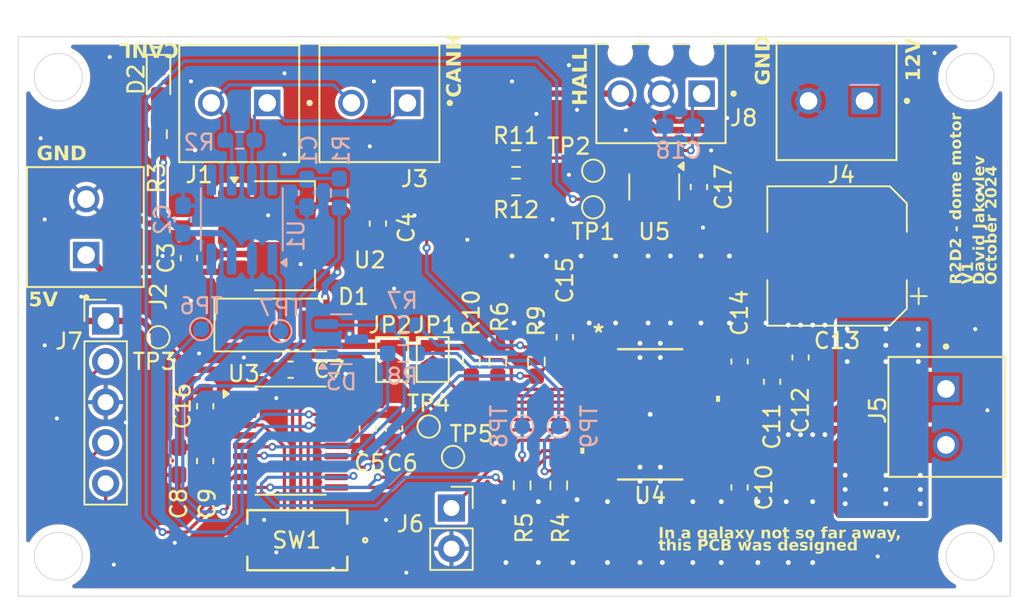
<source format=kicad_pcb>
(kicad_pcb (version 20240108) (generator "pcbnew") (generator_version "8.0")
  (layers (0 "F.Cu" signal) (31 "B.Cu" signal) (34 "B.Paste" user) (35 "F.Paste" user) (36 "B.SilkS" user "B.Silkscreen") (37 "F.SilkS" user "F.Silkscreen") (38 "B.Mask" user) (39 "F.Mask" user) (44 "Edge.Cuts" user))
  (net 0 "")
  (net 1 "GND")
  (net 2 "CAN_MODE_SELECT")
  (net 3 "+3.3V")
  (net 4 "+5V")
  (net 5 "Net-(D2-A)")
  (net 6 "Net-(U1-CANH)")
  (net 7 "Net-(U1-CANL)")
  (net 9 "CAN_RX")
  (net 10 "CAN_TX")
  (net 12 "+12V")
  (net 13 "Net-(U4-VCP)")
  (net 16 "Net-(U4-CPL)")
  (net 18 "Net-(U5-+)")
  (net 19 "Net-(U1-Rs)")
  (net 20 "Net-(U4-CPH)")
  (net 21 "Net-(U4-DVDD)")
  (net 22 "Net-(U3-PA0)")
  (net 23 "Net-(U3-PA1)")
  (net 24 "/M2")
  (net 25 "/M1")
  (net 26 "Net-(J6-Pin_1)")
  (net 27 "Net-(JP1-A)")
  (net 28 "Net-(JP2-A)")
  (net 29 "IPROPI2")
  (net 30 "IPROPI1")
  (net 31 "Net-(U4-SR)")
  (net 32 "nFAULT")
  (net 33 "IN2")
  (net 34 "nSLEEP")
  (net 35 "IN1")
  (net 36 "NRST")
  (net 37 "SWCLK")
  (net 38 "SWDIO")
  (net 39 "Net-(U5--)")
  (net 40 "Hall_sensor")
  (footprint "1751248:PHOENIX_1751248" (layer "F.Cu") (at 175.928 85.8185 -90)
    (property "Reference" "J5")
    (property "Value" "1751248")
  )
  (footprint "Capacitor_SMD:C_0603_1608Metric_Pad1.08x0.95mm_HandSolder" (layer "F.Cu") (at 133.223 88.9 90)
    (property "Reference" "C16")
    (property "Value" "100n")
  )
  (footprint "Capacitor_SMD:C_0603_1608Metric_Pad1.08x0.95mm_HandSolder" (layer "F.Cu") (at 155.702 84.582 -90)
    (property "Reference" "C15")
    (property "Value" "1u")
  )
  (footprint "TestPoint:TestPoint_Pad_D1.0mm" (layer "F.Cu") (at 130.302 84.582)
    (property "Reference" "TP3")
    (property "Value" "TestPoint")
  )
  (footprint "DRV8873HPWPT:PWP24_TEX-M" (layer "F.Cu") (at 161.036 89.408)
    (property "Reference" "U4")
    (property "Value" "DRV8873HPWPT")
  )
  (footprint "Package_TO_SOT_SMD:SOT-23-5" (layer "F.Cu") (at 161.29 75.184 -90)
    (property "Reference" "U5")
    (property "Value" "LMV321")
  )
  (footprint "Resistor_SMD:R_0603_1608Metric_Pad0.98x0.95mm_HandSolder" (layer "F.Cu") (at 151.511 86.106 90)
    (property "Reference" "R6")
    (property "Value" "~")
  )
  (footprint "1751248:PHOENIX_1751248" (layer "F.Cu") (at 139.0985 66.327 180)
    (property "Reference" "J1")
    (property "Value" "1751248")
  )
  (footprint "Package_SO:TSSOP-20_4.4x6.5mm_P0.65mm" (layer "F.Cu") (at 138.557 91.055)
    (property "Reference" "U3")
    (property "Value" "STM32F042F6Px")
  )
  (footprint "Capacitor_SMD:C_0603_1608Metric" (layer "F.Cu") (at 170.434 85.852 90)
    (property "Reference" "C11")
    (property "Value" "100n")
  )
  (footprint "1725669:PHOENIX_1725669" (layer "F.Cu") (at 165.7525 66.242 180)
    (property "Reference" "J8")
    (property "Value" "1725669")
  )
  (footprint "Connector_PinHeader_2.54mm:PinHeader_1x05_P2.54mm_Vertical" (layer "F.Cu") (at 127 83.566)
    (property "Reference" "J7")
    (property "Value" "Conn_01x05_Pin")
  )
  (footprint "Resistor_SMD:R_0603_1608Metric_Pad0.98x0.95mm_HandSolder" (layer "F.Cu") (at 149.86 86.106 -90)
    (property "Reference" "R10")
    (property "Value" "~")
  )
  (footprint "Resistor_SMD:R_0603_1608Metric_Pad0.98x0.95mm_HandSolder" (layer "F.Cu") (at 153.035 93.853 -90)
    (property "Reference" "R5")
    (property "Value" "~")
  )
  (footprint "Resistor_SMD:R_0603_1608Metric_Pad0.98x0.95mm_HandSolder" (layer "F.Cu") (at 155.321 93.853 -90)
    (property "Reference" "R4")
    (property "Value" "~")
  )
  (footprint "TestPoint:TestPoint_Pad_D1.0mm" (layer "F.Cu") (at 157.48 74.168)
    (property "Reference" "TP2")
    (property "Value" "TestPoint")
  )
  (footprint "Package_TO_SOT_SMD:SOT-223-3_TabPin2" (layer "F.Cu") (at 138.176 78.232)
    (property "Reference" "U2")
    (property "Value" "LM1117MP-3.3")
  )
  (footprint "PTS636:SW_PTS636_CNK" (layer "F.Cu") (at 138.98245 97.282 180)
    (property "Reference" "SW1")
    (property "Value" "PTS636 SM50J SMTR LFS")
  )
  (footprint "Resistor_SMD:R_0603_1608Metric_Pad0.98x0.95mm_HandSolder" (layer "F.Cu") (at 130.302 71.882 90)
    (property "Reference" "R3")
    (property "Value" "560")
  )
  (footprint "Capacitor_SMD:C_0603_1608Metric" (layer "F.Cu") (at 168.656 87.376 -90)
    (property "Reference" "C12")
    (property "Value" "1u")
  )
  (footprint "Capacitor_SMD:C_0603_1608Metric_Pad1.08x0.95mm_HandSolder" (layer "F.Cu") (at 145.034 90.297 -90)
    (property "Reference" "C6")
    (property "Value" "100n")
  )
  (footprint "Capacitor_SMD:C_0603_1608Metric_Pad1.08x0.95mm_HandSolder" (layer "F.Cu") (at 144.018 77.47 90)
    (property "Reference" "C4")
    (property "Value" "10u")
  )
  (footprint "LED_SMD:LED_0603_1608Metric_Pad1.05x0.95mm_HandSolder" (layer "F.Cu") (at 130.302 68.58 -90)
    (property "Reference" "D2")
    (property "Value" "LED")
  )
  (footprint "1751248:PHOENIX_1751248" (layer "F.Cu") (at 129.38 81.4405 90)
    (property "Reference" "J2")
    (property "Value" "1751248")
  )
  (footprint "Capacitor_SMD:C_0603_1608Metric_Pad1.08x0.95mm_HandSolder" (layer "F.Cu") (at 131.572 92.329 -90)
    (property "Reference" "C8")
    (property "Value" "1u")
  )
  (footprint "Capacitor_SMD:C_0603_1608Metric_Pad1.08x0.95mm_HandSolder" (layer "F.Cu") (at 143.383 90.297 -90)
    (property "Reference" "C5")
    (property "Value" "100n")
  )
  (footprint "Resistor_SMD:R_0603_1608Metric_Pad0.98x0.95mm_HandSolder" (layer "F.Cu") (at 153.924 86.106 -90)
    (property "Reference" "R9")
    (property "Value" "10k")
  )
  (footprint "TestPoint:TestPoint_Pad_D1.0mm" (layer "F.Cu") (at 147.193 90.17)
    (property "Reference" "TP4")
    (property "Value" "TestPoint")
  )
  (footprint "Capacitor_SMD:CP_Elec_8x10.5" (layer "F.Cu") (at 172.72 79.502 180)
    (property "Reference" "C13")
    (property "Value" "100u")
  )
  (footprint "TestPoint:TestPoint_Pad_D1.0mm" (layer "F.Cu") (at 148.717 92.075)
    (property "Reference" "TP5")
    (property "Value" "TestPoint")
  )
  (footprint "Capacitor_SMD:C_0603_1608Metric_Pad1.08x0.95mm_HandSolder" (layer "F.Cu") (at 164.084 75.184 90)
    (property "Reference" "C17")
    (property "Value" "100n")
  )
  (footprint "Capacitor_SMD:C_0603_1608Metric_Pad1.08x0.95mm_HandSolder" (layer "F.Cu") (at 132.207 79.629 90)
    (property "Reference" "C3")
    (property "Value" "10u")
  )
  (footprint "Jumper:SolderJumper-2_P1.3mm_Open_TrianglePad1.0x1.5mm" (layer "F.Cu") (at 144.907 85.979 90)
    (property "Reference" "JP2")
    (property "Value" "SolderJumper_2_Open")
  )
  (footprint "Capacitor_SMD:C_0603_1608Metric" (layer "F.Cu") (at 166.624 93.98 -90)
    (property "Reference" "C10")
    (property "Value" "100n")
  )
  (footprint "Jumper:SolderJumper-2_P1.3mm_Open_TrianglePad1.0x1.5mm" (layer "F.Cu") (at 147.447 85.979 90)
    (property "Reference" "JP1")
    (property "Value" "SolderJumper_2_Open")
  )
  (footprint "1751248:PHOENIX_1751248" (layer "F.Cu") (at 176.4365 66.2 180)
    (property "Reference" "J4")
    (property "Value" "1751248")
  )
  (footprint "Resistor_SMD:R_0603_1608Metric_Pad0.98x0.95mm_HandSolder" (layer "F.Cu") (at 152.654 73.406)
    (property "Reference" "R11")
    (property "Value" "10k")
  )
  (footprint "1751248:PHOENIX_1751248" (layer "F.Cu") (at 147.8615 66.327 180)
    (property "Reference" "J3")
    (property "Value" "1751248")
  )
  (footprint "Resistor_SMD:R_0603_1608Metric_Pad0.98x0.95mm_HandSolder" (layer "F.Cu") (at 152.654 75.184 180)
    (property "Reference" "R12")
    (property "Value" "13k")
  )
  (footprint "Capacitor_SMD:C_0603_1608Metric" (layer "F.Cu") (at 166.624 86.106 -90)
    (property "Reference" "C14")
    (property "Value" "47n")
  )
  (footprint "Diode_SMD:D_SMA_Handsoldering" (layer "F.Cu") (at 138.303 83.82)
    (property "Reference" "D1")
    (property "Value" "1N4001")
  )
  (footprint "Capacitor_SMD:C_0603_1608Metric_Pad1.08x0.95mm_HandSolder" (layer "F.Cu") (at 133.223 92.329 -90)
    (property "Reference" "C9")
    (property "Value" "100n")
  )
  (footprint "TestPoint:TestPoint_Pad_D1.0mm" (layer "F.Cu") (at 157.48 76.454)
    (property "Reference" "TP1")
    (property "Value" "TestPoint")
  )
  (footprint "Capacitor_SMD:C_0603_1608Metric_Pad1.08x0.95mm_HandSolder" (layer "F.Cu") (at 138.557 86.614)
    (property "Reference" "C7")
    (property "Value" "4.7u")
  )
  (footprint "Connector_PinSocket_2.54mm:PinSocket_1x02_P2.54mm_Vertical" (layer "F.Cu") (at 148.615 95.27)
    (property "Reference" "J6")
    (property "Value" "Conn_01x02_Pin")
  )
  (footprint "Capacitor_SMD:C_0603_1608Metric_Pad1.08x0.95mm_HandSolder" (layer "B.Cu") (at 131.826 77.216 90)
    (property "Reference" "C2")
    (property "Value" "100n")
  )
  (footprint "Resistor_SMD:R_0603_1608Metric_Pad0.98x0.95mm_HandSolder" (layer "B.Cu") (at 135.382 72.263)
    (property "Reference" "R2")
    (property "Value" "120")
  )
  (footprint "Resistor_SMD:R_0603_1608Metric_Pad0.98x0.95mm_HandSolder" (layer "B.Cu") (at 145.542 85.598)
    (property "Reference" "R8")
    (property "Value" "10k")
  )
  (footprint "Resistor_SMD:R_0603_1608Metric_Pad0.98x0.95mm_HandSolder" (layer "B.Cu") (at 141.605 75.565 -90)
    (property "Reference" "R1")
    (property "Value" "0")
  )
  (footprint "Capacitor_SMD:C_0603_1608Metric_Pad1.08x0.95mm_HandSolder" (layer "B.Cu") (at 162.814 71.374 180)
    (property "Reference" "C18")
    (property "Value" "100n")
  )
  (footprint "Capacitor_SMD:C_0603_1608Metric_Pad1.08x0.95mm_HandSolder" (layer "B.Cu") (at 139.573 75.565 -90)
    (property "Reference" "C1")
    (property "Value" "100n")
  )
  (footprint "TestPoint:TestPoint_Pad_D1.0mm" (layer "B.Cu") (at 137.922 84.201 180)
    (property "Reference" "TP7")
    (property "Value" "TestPoint")
  )
  (footprint "TestPoint:TestPoint_Pad_D1.0mm" (layer "B.Cu") (at 155.321 90.17 -90)
    (property "Reference" "TP9")
    (property "Value" "TestPoint")
  )
  (footprint "TestPoint:TestPoint_Pad_D1.0mm" (layer "B.Cu") (at 153.035 90.17 -90)
    (property "Reference" "TP8")
    (property "Value" "TestPoint")
  )
  (footprint "Package_SO:SOIC-8_3.9x4.9mm_P1.27mm" (layer "B.Cu") (at 135.509 77.216 90)
    (property "Reference" "U1")
    (property "Value" "SN65HVD230")
  )
  (footprint "Resistor_SMD:R_0603_1608Metric_Pad0.98x0.95mm_HandSolder" (layer "B.Cu") (at 145.542 83.82)
    (property "Reference" "R7")
    (property "Value" "10k")
  )
  (footprint "TestPoint:TestPoint_Pad_D1.0mm" (layer "B.Cu") (at 132.969 84.074 180)
    (property "Reference" "TP6")
    (property "Value" "TestPoint")
  )
  (footprint "Package_TO_SOT_SMD:SOT-23" (layer "B.Cu") (at 141.732 84.709)
    (property "Reference" "D3")
    (property "Value" "BAT54C")
  )
  (gr_rect (start 121.539 65.786) (end 183.539 100.786) (stroke (width 0.05)) (fill none) (layer "Edge.Cuts"))
  (gr_circle (center 124.039 98.286) (end 125.539 98.286) (stroke (width 0.05)) (fill none) (layer "Edge.Cuts"))
  (gr_circle (center 124.039 68.326) (end 125.539 68.326) (stroke (width 0.05)) (fill none) (layer "Edge.Cuts"))
  (gr_circle (center 181.039 98.286) (end 182.539 98.286) (stroke (width 0.05)) (fill none) (layer "Edge.Cuts"))
  (gr_circle (center 181.039 68.326) (end 182.539 68.326) (stroke (width 0.05)) (fill none) (layer "Edge.Cuts"))
  (gr_text "R2D2 - dome motor" (at 180.594 81.28 90) (layer "F.SilkS") (effects (font (size 0.7 0.7) (thickness 0.175) (bold yes)) (justify left bottom)))
  (gr_text "CANL" (at 131.572 66.04 180) (layer "F.SilkS") (effects (font (size 0.9 0.9) (thickness 0.175) (bold yes)) (justify left bottom)))
  (gr_text "October 2024" (at 182.8038 81.3054 90) (layer "F.SilkS") (effects (font (size 0.7 0.7) (thickness 0.175) (bold yes)) (justify left bottom)))
  (gr_text "this PCB was designed" (at 161.544 98.044 0) (layer "F.SilkS") (effects (font (size 0.7 0.7) (thickness 0.175) (bold yes)) (justify left bottom)))
  (gr_text "GND" (at 168.656 68.834 90) (layer "F.SilkS") (effects (font (size 0.9 0.9) (thickness 0.175) (bold yes)) (justify left bottom)))
  (gr_text "HALL" (at 157.226 70.104 90) (layer "F.SilkS") (effects (font (size 0.9 0.9) (thickness 0.175) (bold yes)) (justify left bottom)))
  (gr_text "CANH" (at 149.352 69.596 90) (layer "F.SilkS") (effects (font (size 0.9 0.9) (thickness 0.175) (bold yes)) (justify left bottom)))
  (gr_text "12V" (at 178.054 68.58 90) (layer "F.SilkS") (effects (font (size 0.9 0.9) (thickness 0.175) (bold yes)) (justify left bottom)))
  (gr_text "5V" (at 122.174 82.804 0) (layer "F.SilkS") (effects (font (size 0.9 0.9) (thickness 0.175) (bold yes)) (justify left bottom)))
  (gr_text "In a galaxy not so far away, " (at 161.544 97.282 0) (layer "F.SilkS") (effects (font (size 0.7 0.7) (thickness 0.175) (bold yes)) (justify left bottom)))
  (gr_text "David Jakovlev" (at 182.0418 81.3054 90) (layer "F.SilkS") (effects (font (size 0.7 0.7) (thickness 0.175) (bold yes)) (justify left bottom)))
  (gr_text "V1" (at 181.3306 81.28 90) (layer "F.SilkS") (effects (font (size 0.7 0.7) (thickness 0.175) (bold yes)) (justify left bottom)))
  (gr_text "GND" (at 122.682 73.66 0) (layer "F.SilkS") (effects (font (size 0.9 0.9) (thickness 0.175) (bold yes)) (justify left bottom)))
  (segment (start 161.925 88.519) (end 161.036 89.408) (width 0.36) (layer "F.Cu") (net 1))
  (segment (start 143.1625 91.38) (end 143.383 91.1595) (width 0.4) (layer "F.Cu") (net 1))
  (segment (start 162.010999 90.382999) (end 161.036 89.408) (width 0.4) (layer "F.Cu") (net 1))
  (segment (start 161.925 85.833001) (end 161.925 88.519) (width 0.36) (layer "F.Cu") (net 1))
  (segment (start 141.4195 91.38) (end 143.1625 91.38) (width 0.4) (layer "F.Cu") (net 1))
  (segment (start 164.0078 85.833001) (end 161.925 85.833001) (width 0.36) (layer "F.Cu") (net 1))
  (segment (start 161.036 91.033001) (end 161.036 89.408) (width 0.4) (layer "F.Cu") (net 1))
  (segment (start 145.034 91.1595) (end 143.383 91.1595) (width 0.4) (layer "F.Cu") (net 1))
  (via (at 154.94 77.216) (size 0.5) (drill 0.25) (layers "F.Cu" "B.Cu") (net 1))
  (via (at 170.434 83.82) (size 0.6) (drill 0.3) (layers "F.Cu" "B.Cu") (net 1))
  (via (at 132.588 72.898) (size 0.5) (drill 0.25) (layers "F.Cu" "B.Cu") (net 1))
  (via (at 143.764 68.58) (size 0.5) (drill 0.25) (layers "F.Cu" "B.Cu") (net 1))
  (via (at 164.211 83.693) (size 0.6) (drill 0.3) (layers "F.Cu" "B.Cu") (net 1))
  (via (at 161.671 84.963) (size 0.6) (drill 0.3) (layers "F.Cu" "B.Cu") (net 1))
  (via (at 138.176 68.072) (size 0.5) (drill 0.25) (layers "F.Cu" "B.Cu") (net 1))
  (via (at 144.526 96.012) (size 0.5) (drill 0.25) (layers "F.Cu" "B.Cu") (net 1))
  (via (at 170.434 90.678) (size 0.6) (drill 0.3) (layers "F.Cu" "B.Cu") (net 1))
  (via (at 136.906 96.012) (size 0.5) (drill 0.25) (layers "F.Cu" "B.Cu") (net 1))
  (via (at 164.211 79.502) (size 0.6) (drill 0.3) (layers "F.Cu" "B.Cu") (net 1))
  (via (at 141.986 86.868) (size 0.5) (drill 0.25) (layers "F.Cu" "B.Cu") (net 1))
  (via (at 127.254 67.056) (size 0.5) (drill 0.25) (layers "F.Cu" "B.Cu") (net 1))
  (via (at 146.304 88.9) (size 0.5) (drill 0.25) (layers "F.Cu" "B.Cu") (net 1))
  (via (at 171.196 98.679) (size 0.6) (drill 0.3) (layers "F.Cu" "B.Cu") (net 1))
  (via (at 132.334 82.296) (size 0.5) (drill 0.25) (layers "F.Cu" "B.Cu") (net 1))
  (via (at 156.21 98.679) (size 0.6) (drill 0.3) (layers "F.Cu" "B.Cu") (net 1))
  (via (at 123.19 85.09) (size 0.5) (drill 0.25) (layers "F.Cu" "B.Cu") (net 1))
  (via (at 160.909 83.693) (size 0.6) (drill 0.3) (layers "F.Cu" "B.Cu") (net 1))
  (via (at 160.401 94.869) (size 0.6) (drill 0.3) (layers "F.Cu" "B.Cu") (net 1))
  (via (at 160.401 93.599) (size 0.6) (drill 0.3) (layers "F.Cu" "B.Cu") (net 1))
  (via (at 135.636 85.852) (size 0.5) (drill 0.25) (layers "F.Cu" "B.Cu") (net 1))
  (via (at 158.369 94.869) (size 0.6) (drill 0.3) (layers "F.Cu" "B.Cu") (net 1))
  (via (at 167.767 98.679) (size 0.6) (drill 0.3) (layers "F.Cu" "B.Cu") (net 1))
  (via (at 130.556 79.502) (size 0.5) (drill 0.25) (layers "F.Cu" "B.Cu") (net 1))
  (via (at 171.196 83.82) (size 0.6) (drill 0.3) (layers "F.Cu" "B.Cu") (net 1))
  (via (at 169.672 83.82) (size 0.6) (drill 0.3) (layers "F.Cu" "B.Cu") (net 1))
  (via (at 181.356 84.074) (size 0.5) (drill 0.25) (layers "F.Cu" "B.Cu") (net 1))
  (via (at 171.196 90.678) (size 0.6) (drill 0.3) (layers "F.Cu" "B.Cu") (net 1))
  (via (at 165.989 79.502) (size 0.6) (drill 0.3) (layers "F.Cu" "B.Cu") (net 1))
  (via (at 169.672 90.678) (size 0.6) (drill 0.3) (layers "F.Cu" "B.Cu") (net 1))
  (via (at 163.703 94.869) (size 0.6) (drill 0.3) (layers "F.Cu" "B.Cu") (net 1))
  (via (at 160.401 92.71) (size 0.6) (drill 0.3) (layers "F.Cu" "B.Cu") (net 1))
  (via (at 149.606 78.486) (size 0.5) (drill 0.25) (layers "F.Cu" "B.Cu") (net 1))
  (via (at 167.767 94.869) (size 0.6) (drill 0.3) (layers "F.Cu" "B.Cu") (net 1))
  (via (at 169.672 98.679) (size 0.6) (drill 0.3) (layers "F.Cu" "B.Cu") (net 1))
  (via (at 160.909 79.502) (size 0.6) (drill 0.3) (layers "F.Cu" "B.Cu") (net 1))
  (via (at 137.668 88.392) (size 0.5) (drill 0.25) (layers "F.Cu" "B.Cu") (net 1))
  (via (at 181.61 75.438) (size 0.5) (drill 0.25) (layers "F.Cu" "B.Cu") (net 1))
  (via (at 138.176 73.152) (size 0.5) (drill 0.25) (layers "F.Cu" "B.Cu") (net 1))
  (via (at 160.401 84.963) (size 0.6) (drill 0.3) (layers "F.Cu" "B.Cu") (net 1))
  (via (at 137.16 76.962) (size 0.5) (drill 0.25) (layers "F.Cu" "B.Cu") (net 1))
  (via (at 125.476 82.042) (size 0.5) (drill 0.25) (layers "F.Cu" "B.Cu") (net 1))
  (via (at 152.527 83.693) (size 0.6) (drill 0.3) (layers "F.Cu" "B.Cu") (net 1))
  (via (at 156.464 70.358) (size 0.5) (drill 0.25) (layers "F.Cu" "B.Cu") (net 1))
  (via (at 122.936 72.136) (size 0.5) (drill 0.25) (layers "F.Cu" "B.Cu") (net 1))
  (via (at 156.718 79.502) (size 0.6) (drill 0.3) (layers "F.Cu" "B.Cu") (net 1))
  (via (at 158.877 79.502) (size 0.6) (drill 0.3) (layers "F.Cu" "B.Cu") (net 1))
  (via (at 127.508 98.806) (size 0.5) (drill 0.25) (layers "F.Cu" "B.Cu") (net 1))
  (via (at 155.956 74.422) (size 0.5) (drill 0.25) (layers "F.Cu" "B.Cu") (net 1))
  (via (at 139.192 80.01) (size 0.5) (drill 0.25) (layers "F.Cu" "B.Cu") (net 1))
  (via (at 148.59 84.074) (size 0.5) (drill 0.25) (layers "F.Cu" "B.Cu") (net 1))
  (via (at 158.369 98.679) (size 0.6) (drill 0.3) (layers "F.Cu" "B.Cu") (net 1))
  (via (at 162.306 79.502) (size 0.6) (drill 0.3) (layers "F.Cu" "B.Cu") (net 1))
  (via (at 146.304 76.962) (size 0.5) (drill 0.25) (layers "F.Cu" "B.Cu") (net 1))
  (via (at 163.703 98.679) (size 0.6) (drill 0.3) (layers "F.Cu" "B.Cu") (net 1))
  (via (at 132.842 85.598) (size 0.5) (drill 0.25) (layers "F.Cu" "B.Cu") (net 1))
  (via (at 153.924 70.612) (size 0.5) (drill 0.25) (layers "F.Cu" "B.Cu") (net 1))
  (via (at 123.19 77.216) (size 0.5) (drill 0.25) (layers "F.Cu" "B.Cu") (net 1))
  (via (at 145.034 81.534) (size 0.5) (drill 0.25) (layers "F.Cu" "B.Cu") (net 1))
  (via (at 145.796 99.314) (size 0.5) (drill 0.25) (layers "F.Cu" "B.Cu") (net 1))
  (via (at 162.306 83.693) (size 0.6) (drill 0.3) (layers "F.Cu" "B.Cu") (net 1))
  (via (at 154.178 83.693) (size 0.6) (drill 0.3) (layers "F.Cu" "B.Cu") (net 1))
  (via (at 152.4 79.502) (size 0.6) (drill 0.3) (layers "F.Cu" "B.Cu") (net 1))
  (via (at 182.118 89.154) (size 0.5) (drill 0.25) (layers "F.Cu" "B.Cu") (net 1))
  (via (at 165.481 98.679) (size 0.6) (drill 0.3) (layers "F.Cu" "B.Cu") (net 1))
  (via (at 164.846 72.898) (size 0.5) (drill 0.25) (layers "F.Cu" "B.Cu") (net 1))
  (via (at 152.019 98.679) (size 0.6) (drill 0.3) (layers "F.Cu" "B.Cu") (net 1))
  (via (at 160.401 85.852) (size 0.6) (drill 0.3) (layers "F.Cu" "B.Cu") (net 1))
  (via (at 132.334 68.58) (size 0.5) (drill 0.25) (layers "F.Cu" "B.Cu") (net 1))
  (via (at 123.952 89.662) (size 0.5) (drill 0.25) (layers "F.Cu" "B.Cu") (net 1))
  (via (at 165.989 83.693) (size 0.6) (drill 0.3) (layers "F.Cu" "B.Cu") (net 1))
  (via (at 171.196 94.869) (size 0.6) (drill 0.3) (layers "F.Cu" "B.Cu") (net 1))
  (via (at 160.401 98.679) (size 0.6) (drill 0.3) (layers "F.Cu" "B.Cu") (net 1))
  (via (at 156.464 94.742) (size 0.6) (drill 0.3) (layers "F.Cu" "B.Cu") (net 1))
  (via (at 165.862 70.866) (size 0.5) (drill 0.25) (layers "F.Cu" "B.Cu") (net 1))
  (via (at 164.338 77.724) (size 0.5) (drill 0.25) (layers "F.Cu" "B.Cu") (net 1))
  (via (at 141.224 99.06) (size 0.5) (drill 0.25) (layers "F.Cu" "B.Cu") (net 1))
  (via (at 169.545 94.869) (size 0.6) (drill 0.3) (layers "F.Cu" "B.Cu") (net 1))
  (via (at 131.318 97.444) (size 0.5) (drill 0.25) (layers "F.Cu" "B.Cu") (net 1))
  (via (at 155.956 67.564) (size 0.5) (drill 0.25) (layers "F.Cu" "B.Cu") (net 1))
  (via (at 152.4 68.58) (size 0.5) (drill 0.25) (layers "F.Cu" "B.Cu") (net 1))
  (via (at 159.512 71.628) (size 0.5) (drill 0.25) (layers "F.Cu" "B.Cu") (net 1))
  (via (at 158.877 83.693) (size 0.6) (drill 0.3) (layers "F.Cu" "B.Cu") (net 1))
  (via (at 161.671 92.71) (size 0.6) (drill 0.3) (layers "F.Cu" "B.Cu") (net 1))
  (via (at 161.671 85.852) (size 0.6) (drill 0.3) (layers "F.Cu" "B.Cu") (net 1))
  (via (at 154.559 79.502) (size 0.6) (drill 0.3) (layers "F.Cu" "B.Cu") (net 1))
  (via (at 161.036 89.408) (size 0.6) (drill 0.3) (layers "F.Cu" "B.Cu") (net 1))
  (via (at 137.668 98.044) (size 0.5) (drill 0.25) (layers "F.Cu" "B.Cu") (net 1))
  (via (at 171.958 83.82) (size 0.6) (drill 0.3) (layers "F.Cu" "B.Cu") (net 1))
  (via (at 151.892 94.869) (size 0.6) (drill 0.3) (layers "F.Cu" "B.Cu") (net 1))
  (via (at 168.275 83.693) (size 0.6) (drill 0.3) (layers "F.Cu" "B.Cu") (net 1))
  (via (at 161.671 94.869) (size 0.6) (drill 0.3) (layers "F.Cu" "B.Cu") (net 1))
  (via (at 171.958 90.678) (size 0.6) (drill 0.3) (layers "F.Cu" "B.Cu") (net 1))
  (via (at 157.226 83.693) (size 0.6) (drill 0.3) (layers "F.Cu" "B.Cu") (net 1))
  (via (at 161.798 98.679) (size 0.6) (drill 0.3) (layers "F.Cu" "B.Cu") (net 1))
  (via (at 128.27 89.916) (size 0.5) (drill 0.25) (layers "F.Cu" "B.Cu") (net 1))
  (via (at 161.671 93.599) (size 0.6) (drill 0.3) (layers "F.Cu" "B.Cu") (net 1))
  (via (at 151.384 91.186) (size 0.5) (drill 0.25) (layers "F.Cu" "B.Cu") (net 1))
  (via (at 175.26 98.298) (size 0.5) (drill 0.25) (layers "F.Cu" "B.Cu") (net 1))
  (via (at 154.051 98.679) (size 0.6) (drill 0.3) (layers "F.Cu" "B.Cu") (net 1))
  (via (at 154.051 94.869) (size 0.6) (drill 0.3) (layers "F.Cu" "B.Cu") (net 1))
  (via (at 165.481 94.869) (size 0.6) (drill 0.3) (layers "F.Cu" "B.Cu") (net 1))
  (via (at 178.816 66.802) (size 0.5) (drill 0.25) (layers "F.Cu" "B.Cu") (net 1))
  (via (at 143.51 72.644) (size 0.5) (drill 0.25) (layers "F.Cu" "B.Cu") (net 1))
  (segment (start 134.957001 93.33) (end 134.62 93.667001) (width 0.2) (layer "F.Cu") (net 2))
  (segment (start 134.62 95.25) (end 134.366 95.504) (width 0.2) (layer "F.Cu") (net 2))
  (segment (start 134.62 93.667001) (end 134.62 95.25) (width 0.2) (layer "F.Cu") (net 2))
  (segment (start 135.6945 93.33) (end 134.957001 93.33) (width 0.2) (layer "F.Cu") (net 2))
  (via (at 134.366 95.504) (size 0.5) (drill 0.25) (layers "F.Cu" "B.Cu") (net 2))
  (segment (start 141.605 79.629) (end 141.605 76.4775) (width 0.2) (layer "B.Cu") (net 2))
  (segment (start 139.192 84.836) (end 139.192 82.042) (width 0.2) (layer "B.Cu") (net 2))
  (segment (start 134.366 95.504) (end 132.842 95.504) (width 0.2) (layer "B.Cu") (net 2))
  (segment (start 136.398 87.63) (end 139.192 84.836) (width 0.2) (layer "B.Cu") (net 2))
  (segment (start 139.192 82.042) (end 141.605 79.629) (width 0.2) (layer "B.Cu") (net 2))
  (segment (start 132.842 95.504) (end 131.826 94.488) (width 0.2) (layer "B.Cu") (net 2))
  (segment (start 131.826 94.488) (end 131.826 88.646) (width 0.2) (layer "B.Cu") (net 2))
  (segment (start 131.826 88.646) (end 132.842 87.63) (width 0.2) (layer "B.Cu") (net 2))
  (segment (start 132.842 87.63) (end 136.398 87.63) (width 0.2) (layer "B.Cu") (net 2))
  (segment (start 142.24 84.37) (end 141.353 84.37) (width 0.2) (layer "F.Cu") (net 3))
  (segment (start 148.844 76.454) (end 148.844 74.168) (width 0.4) (layer "F.Cu") (net 3))
  (segment (start 164.084 76.0465) (end 165.2535 76.0465) (width 0.4) (layer "F.Cu") (net 3))
  (segment (start 143.383 86.355) (end 142.748 85.72) (width 0.4) (layer "F.Cu") (net 3))
  (segment (start 148.844 74.168) (end 149.606 73.406) (width 0.4) (layer "F.Cu") (net 3))
  (segment (start 143.383 89.713858) (end 143.383 89.4345) (width 0.4) (layer "F.Cu") (net 3))
  (segment (start 153.924 85.1935) (end 153.0115 85.1935) (width 0.2) (layer "F.Cu") (net 3))
  (segment (start 147.066 78.433) (end 146.9655 78.3325) (width 0.2) (layer "F.Cu") (net 3))
  (segment (start 131.572 86.614) (end 131.572 85.852) (width 0.4) (layer "F.Cu") (net 3))
  (segment (start 130.598 73.66) (end 130.598 73.0905) (width 0.4) (layer "F.Cu") (net 3))
  (segment (start 141.485909 80.525909) (end 141.485909 78.391909) (width 0.4) (layer "F.Cu") (net 3))
  (segment (start 141.485909 78.391909) (end 141.326 78.232) (width 0.4) (layer "F.Cu") (net 3))
  (segment (start 133.9595 90.73) (end 133.223 91.4665) (width 0.4) (layer "F.Cu") (net 3))
  (segment (start 130.556 77.47) (end 130.556 73.66) (width 0.4) (layer "F.Cu") (net 3))
  (segment (start 142.366858 90.73) (end 143.383 89.713858) (width 0.4) (layer "F.Cu") (net 3))
  (segment (start 123.444 78.232) (end 123.444 81.437239) (width 0.4) (layer "F.Cu") (net 3))
  (segment (start 161.4585 71.628) (end 159.1725 69.342) (width 0.4) (layer "F.Cu") (net 3))
  (segment (start 165.2535 76.0465) (end 165.862 75.438) (width 0.4) (layer "F.Cu") (net 3))
  (segment (start 147.066 78.994) (end 147.066 78.433) (width 0.2) (layer "F.Cu") (net 3))
  (segment (start 144.018 78.3325) (end 146.9655 78.3325) (width 0.4) (layer "F.Cu") (net 3))
  (segment (start 130.556 77.47) (end 134.264 77.47) (width 0.4) (layer "F.Cu") (net 3))
  (segment (start 151.7415 71.2705) (end 153.67 69.342) (width 0.4) (layer "F.Cu") (net 3))
  (segment (start 131.572 85.852) (end 130.302 84.582) (width 0.4) (layer "F.Cu") (net 3))
  (segment (start 129.286 83.566) (end 127 83.566) (width 0.4) (layer "F.Cu") (net 3))
  (segment (start 149.606 73.406) (end 151.7415 73.406) (width 0.4) (layer "F.Cu") (net 3))
  (segment (start 141.4195 90.73) (end 142.366858 90.73) (width 0.4) (layer "F.Cu") (net 3))
  (segment (start 143.9175 78.232) (end 144.018 78.3325) (width 0.4) (layer "F.Cu") (net 3))
  (segment (start 165.862 72.644) (end 164.846 71.628) (width 0.4) (layer "F.Cu") (net 3))
  (segment (start 143.383 89.4345) (end 145.034 89.4345) (width 0.4) (layer "F.Cu") (net 3))
  (segment (start 164.846 71.628) (end 161.4585 71.628) (width 0.4) (layer "F.Cu") (net 3))
  (segment (start 130.302 84.582) (end 129.286 83.566) (width 0.4) (layer "F.Cu") (net 3))
  (segment (start 123.444 78.232) (end 124.46 77.216) (width 0.4) (layer "F.Cu") (net 3))
  (segment (start 141.353 84.37) (end 140.803 83.82) (width 0.2) (layer "F.Cu") (net 3))
  (segment (start 129.286 77.216) (end 129.54 77.47) (width 0.4) (layer "F.Cu") (net 3))
  (segment (start 131.572 91.4665) (end 131.572 86.614) (width 0.4) (layer "F.Cu") (net 3))
  (segment (start 137.6945 86.614) (end 131.572 86.614) (width 0.4) (layer "F.Cu") (net 3))
  (segment (start 153.67 69.342) (end 159.1725 69.342) (width 0.4) (layer "F.Cu") (net 3))
  (segment (start 146.9655 78.3325) (end 148.844 76.454) (width 0.4) (layer "F.Cu") (net 3))
  (segment (start 140.803 78.755) (end 141.326 78.232) (width 0.4) (layer "F.Cu") (net 3))
  (segment (start 138.5885 85.72) (end 137.6945 86.614) (width 0.4) (layer "F.Cu") (net 3))
  (segment (start 142.748 85.72) (end 138.5885 85.72) (width 0.4) (layer "F.Cu") (net 3))
  (segment (start 163.809 76.3215) (end 164.084 76.0465) (width 0.4) (layer "F.Cu") (net 3))
  (segment (start 141.326 78.232) (end 143.9175 78.232) (width 0.4) (layer "F.Cu") (net 3))
  (segment (start 135.6945 90.73) (end 133.9595 90.73) (width 0.4) (layer "F.Cu") (net 3))
  (segment (start 151.7415 73.406) (end 151.7415 71.2705) (width 0.4) (layer "F.Cu") (net 3))
  (segment (start 134.264 77.47) (end 135.026 78.232) (width 0.4) (layer "F.Cu") (net 3))
  (segment (start 123.444 81.437239) (end 125.572761 83.566) (width 0.4) (layer "F.Cu") (net 3))
  (segment (start 129.54 77.47) (end 130.556 77.47) (width 0.4) (layer "F.Cu") (net 3))
  (segment (start 143.383 89.4345) (end 143.383 86.355) (width 0.4) (layer "F.Cu") (net 3))
  (segment (start 162.24 76.3215) (end 163.809 76.3215) (width 0.4) (layer "F.Cu") (net 3))
  (segment (start 130.556 73.66) (end 130.598 73.66) (width 0.4) (layer "F.Cu") (net 3))
  (segment (start 140.803 82.129) (end 140.716 82.042) (width 0.4) (layer "F.Cu") (net 3))
  (segment (start 140.803 83.82) (end 140.803 82.129) (width 0.4) (layer "F.Cu") (net 3))
  (segment (start 125.572761 83.566) (end 127 83.566) (width 0.4) (layer "F.Cu") (net 3))
  (segment (start 130.598 73.0905) (end 130.302 72.7945) (width 0.4) (layer "F.Cu") (net 3))
  (segment (start 153.0115 85.1935) (end 152.908 85.09) (width 0.2) (layer "F.Cu") (net 3))
  (segment (start 165.862 75.438) (end 165.862 72.644) (width 0.4) (layer "F.Cu") (net 3))
  (segment (start 133.223 91.4665) (end 131.572 91.4665) (width 0.4) (layer "F.Cu") (net 3))
  (segment (start 124.46 77.216) (end 129.286 77.216) (width 0.4) (layer "F.Cu") (net 3))
  (segment (start 135.026 78.232) (end 141.326 78.232) (width 0.4) (layer "F.Cu") (net 3))
  (via (at 147.066 78.994) (size 0.5) (drill 0.25) (layers "F.Cu" "B.Cu") (net 3))
  (via (at 152.908 85.09) (size 0.5) (drill 0.25) (layers "F.Cu" "B.Cu") (net 3))
  (via (at 142.24 84.37) (size 0.5) (drill 0.25) (layers "F.Cu" "B.Cu") (net 3))
  (via (at 130.598 73.66) (size 0.5) (drill 0.25) (layers "F.Cu" "B.Cu") (net 3))
  (via (at 141.485909 80.525909) (size 0.5) (drill 0.25) (layers "F.Cu" "B.Cu") (net 3))
  (via (at 140.716 82.042) (size 0.5) (drill 0.25) (layers "F.Cu" "B.Cu") (net 3))
  (segment (start 147.066 78.994) (end 147.066 80.518) (width 0.2) (layer "B.Cu") (net 3))
  (segment (start 131.826 78.0785) (end 134.236499 78.0785) (width 0.4) (layer "B.Cu") (net 3))
  (segment (start 134.874 78.716001) (end 134.874 79.691) (width 0.4) (layer "B.Cu") (net 3))
  (segment (start 151.638 85.09) (end 152.908 85.09) (width 0.2) (layer "B.Cu") (net 3))
  (segment (start 130.598 76.8505) (end 130.598 73.66) (width 0.4) (layer "B.Cu") (net 3))
  (segment (start 142.6695 84.709) (end 142.579 84.709) (width 0.2) (layer "B.Cu") (net 3))
  (segment (start 142.579 84.709) (end 142.24 84.37) (width 0.2) (layer "B.Cu") (net 3))
  (segment (start 147.066 80.518) (end 151.638 85.09) (width 0.2) (layer "B.Cu") (net 3))
  (segment (start 134.7735 79.7915) (end 134.874 79.691) (width 0.4) (layer "B.Cu") (net 3))
  (segment (start 131.826 78.0785) (end 130.598 76.8505) (width 0.4) (layer "B.Cu") (net 3))
  (segment (start 134.236499 78.0785) (end 134.874 78.716001) (width 0.4) (layer "B.Cu") (net 3))
  (segment (start 140.716 82.042) (end 140.716 81.295818) (width 0.4) (layer "B.Cu") (net 3))
  (segment (start 140.716 81.295818) (end 141.485909 80.525909) (width 0.4) (layer "B.Cu") (net 3))
  (segment (start 150.6475 85.981) (end 149.86 85.1935) (width 0.2) (layer "F.Cu") (net 4))
  (segment (start 135.803 83.82) (end 135.803 80.532) (width 0.4) (layer "F.Cu") (net 4))
  (segment (start 152.904186 87.846) (end 152.358 87.299814) (width 0.2) (layer "F.Cu") (net 4))
  (segment (start 131.988 80.7105) (end 132.207 80.4915) (width 0.4) (layer "F.Cu") (net 4))
  (segment (start 147.5075 85.1935) (end 147.447 85.254) (width 0.2) (layer "F.Cu") (net 4))
  (segment (start 156.669002 87.132998) (end 155.956 87.846) (width 0.2) (layer "F.Cu") (net 4))
  (segment (start 144.773 85.12) (end 137.952 85.12) (width 0.4) (layer "F.Cu") (net 4))
  (segment (start 135.803 80.532) (end 135.026 80.532) (width 0.2) (layer "F.Cu") (net 4))
  (segment (start 158.0642 87.132998) (end 156.669002 87.132998) (width 0.2) (layer "F.Cu") (net 4))
  (segment (start 137.952 85.12) (end 136.652 83.82) (width 0.4) (layer "F.Cu") (net 4))
  (segment (start 144.907 85.254) (end 144.773 85.12) (width 0.4) (layer "F.Cu") (net 4))
  (segment (start 155.956 87.846) (end 152.904186 87.846) (width 0.2) (layer "F.Cu") (net 4))
  (segment (start 136.652 83.82) (end 135.803 83.82) (width 0.2) (layer "F.Cu") (net 4))
  (segment (start 132.207 80.4915) (end 134.9855 80.4915) (width 0.4) (layer "F.Cu") (net 4))
  (segment (start 126.831 80.4915) (end 132.207 80.4915) (width 0.4) (layer "F.Cu") (net 4))
  (segment (start 151.767 85.981) (end 150.6475 85.981) (width 0.2) (layer "F.Cu") (net 4))
  (segment (start 147.447 85.254) (end 144.907 85.254) (width 0.4) (layer "F.Cu") (net 4))
  (segment (start 152.358 87.299814) (end 152.358 86.572) (width 0.2) (layer "F.Cu") (net 4))
  (segment (start 152.358 86.572) (end 151.767 85.981) (width 0.2) (layer "F.Cu") (net 4))
  (segment (start 134.9855 80.4915) (end 135.026 80.532) (width 0.4) (layer "F.Cu") (net 4))
  (segment (start 149.86 85.1935) (end 147.5075 85.1935) (width 0.4) (layer "F.Cu") (net 4))
  (segment (start 125.78 79.4405) (end 126.831 80.4915) (width 0.4) (layer "F.Cu") (net 4))
  (segment (start 130.302 70.9695) (end 130.302 69.455) (width 0.36) (layer "F.Cu") (net 5))
  (segment (start 136.144 74.741) (end 136.144 72.4135) (width 0.2) (layer "B.Cu") (net 6))
  (segment (start 136.2945 72.263) (end 136.2945 70.731) (width 0.2) (layer "B.Cu") (net 6))
  (segment (start 144.7365 71.052) (end 145.8615 69.927) (width 0.2) (layer "B.Cu") (net 6))
  (segment (start 136.144 72.4135) (end 136.2945 72.263) (width 0.2) (layer "B.Cu") (net 6))
  (segment (start 136.2945 70.731) (end 137.0985 69.927) (width 0.2) (layer "B.Cu") (net 6))
  (segment (start 137.0985 69.927) (end 138.2235 71.052) (width 0.2) (layer "B.Cu") (net 6))
  (segment (start 138.2235 71.052) (end 144.7365 71.052) (width 0.2) (layer "B.Cu") (net 6))
  (segment (start 134.874 72.263) (end 134.4695 72.263) (width 0.2) (layer "B.Cu") (net 7))
  (segment (start 134.4695 72.263) (end 134.4695 70.798) (width 0.2) (layer "B.Cu") (net 7))
  (segment (start 134.874 74.741) (end 134.874 72.263) (width 0.2) (layer "B.Cu") (net 7))
  (segment (start 134.4695 70.798) (end 133.5985 69.927) (width 0.2) (layer "B.Cu") (net 7))
  (segment (start 133.5985 69.927) (end 134.7235 68.802) (width 0.2) (layer "B.Cu") (net 7))
  (segment (start 141.2365 68.802) (end 142.3615 69.927) (width 0.2) (layer "B.Cu") (net 7))
  (segment (start 134.7235 68.802) (end 141.2365 68.802) (width 0.2) (layer "B.Cu") (net 7))
  (segment (start 139.728003 90.08) (end 141.4195 90.08) (width 0.2) (layer "F.Cu") (net 9))
  (segment (start 139.7 90.108003) (end 139.728003 90.08) (width 0.2) (layer "F.Cu") (net 9))
  (via (at 139.7 90.108003) (size 0.5) (drill 0.25) (layers "F.Cu" "B.Cu") (net 9))
  (segment (start 135.528 95.685504) (end 134.439504 96.774) (width 0.2) (layer "B.Cu") (net 9))
  (segment (start 132.334 96.774) (end 131.026 95.466) (width 0.2) (layer "B.Cu") (net 9))
  (segment (start 131.026 95.466) (end 131.026 86.017) (width 0.2) (layer "B.Cu") (net 9))
  (segment (start 133.604 79.691) (end 133.604 83.439) (width 0.2) (layer "B.Cu") (net 9))
  (segment (start 139.7 90.108003) (end 139.638003 90.17) (width 0.2) (layer "B.Cu") (net 9))
  (segment (start 133.604 83.439) (end 132.969 84.074) (width 0.2) (layer "B.Cu") (net 9))
  (segment (start 135.528 91.548) (end 135.528 95.685504) (width 0.2) (layer "B.Cu") (net 9))
  (segment (start 139.638003 90.17) (end 136.906 90.17) (width 0.2) (layer "B.Cu") (net 9))
  (segment (start 131.026 86.017) (end 132.969 84.074) (width 0.2) (layer "B.Cu") (net 9))
  (segment (start 136.906 90.17) (end 135.528 91.548) (width 0.2) (layer "B.Cu") (net 9))
  (segment (start 134.439504 96.774) (end 132.334 96.774) (width 0.2) (layer "B.Cu") (net 9))
  (segment (start 139.7 89.408) (end 141.3975 89.408) (width 0.2) (layer "F.Cu") (net 10))
  (segment (start 141.3975 89.408) (end 141.4195 89.43) (width 0.2) (layer "F.Cu") (net 10))
  (via (at 139.7 89.408) (size 0.5) (drill 0.25) (layers "F.Cu" "B.Cu") (net 10))
  (segment (start 137.922 81.026) (end 137.922 84.201) (width 0.2) (layer "B.Cu") (net 10))
  (segment (start 132.826314 96.054) (end 134.593818 96.054) (width 0.2) (layer "B.Cu") (net 10))
  (segment (start 137.414 79.691) (end 137.414 80.518) (width 0.2) (layer "B.Cu") (net 10))
  (segment (start 137.922 84.201) (end 135.705314 84.201) (width 0.2) (layer "B.Cu") (net 10))
  (segment (start 131.426 94.653686) (end 132.826314 96.054) (width 0.2) (layer "B.Cu") (net 10))
  (segment (start 134.593818 96.054) (end 135.128 95.519818) (width 0.2) (layer "B.Cu") (net 10))
  (segment (start 131.426 88.480314) (end 131.426 94.653686) (width 0.2) (layer "B.Cu") (net 10))
  (segment (start 135.128 95.519818) (end 135.128 91.186) (width 0.2) (layer "B.Cu") (net 10))
  (segment (start 136.906 89.408) (end 139.7 89.408) (width 0.2) (layer "B.Cu") (net 10))
  (segment (start 137.414 80.518) (end 137.922 81.026) (width 0.2) (layer "B.Cu") (net 10))
  (segment (start 135.705314 84.201) (end 131.426 88.480314) (width 0.2) (layer "B.Cu") (net 10))
  (segment (start 135.128 91.186) (end 136.906 89.408) (width 0.2) (layer "B.Cu") (net 10))
  (segment (start 164.0078 88.433001) (end 168.373999 88.433001) (width 0.36) (layer "F.Cu") (net 12))
  (segment (start 168.373999 88.433001) (end 168.656 88.151) (width 0.36) (layer "F.Cu") (net 12))
  (segment (start 166.401999 92.982999) (end 166.624 93.205) (width 0.36) (layer "F.Cu") (net 12))
  (via (at 175.768 94.107) (size 0.6) (drill 0.3) (layers "F.Cu" "B.Cu") (net 12))
  (via (at 177.8 85.09) (size 0.6) (drill 0.3) (layers "F.Cu" "B.Cu") (net 12))
  (via (at 173.228 93.218) (size 0.6) (drill 0.3) (layers "F.Cu" "B.Cu") (net 12))
  (via (at 175.768 84.074) (size 0.6) (drill 0.3) (layers "F.Cu" "B.Cu") (net 12))
  (via (at 177.8 84.074) (size 0.6) (drill 0.3) (layers "F.Cu" "B.Cu") (net 12))
  (via (at 175.768 85.09) (size 0.6) (drill 0.3) (layers "F.Cu" "B.Cu") (net 12))
  (via (at 173.355 84.074) (size 0.6) (drill 0.3) (layers "F.Cu" "B.Cu") (net 12))
  (via (at 177.927 94.107) (size 0.6) (drill 0.3) (layers "F.Cu" "B.Cu") (net 12))
  (via (at 173.228 94.996) (size 0.6) (drill 0.3) (layers "F.Cu" "B.Cu") (net 12))
  (via (at 173.228 94.107) (size 0.6) (drill 0.3) (layers "F.Cu" "B.Cu") (net 12))
  (via (at 175.768 93.218) (size 0.6) (drill 0.3) (layers "F.Cu" "B.Cu") (net 12))
  (via (at 177.927 93.218) (size 0.6) (drill 0.3) (layers "F.Cu" "B.Cu") (net 12))
  (via (at 175.768 94.996) (size 0.6) (drill 0.3) (layers "F.Cu" "B.Cu") (net 12))
  (via (at 173.355 85.09) (size 0.6) (drill 0.3) (layers "F.Cu" "B.Cu") (net 12))
  (via (at 175.768 86.106) (size 0.6) (drill 0.3) (layers "F.Cu" "B.Cu") (net 12))
  (via (at 177.8 86.106) (size 0.6) (drill 0.3) (layers "F.Cu" "B.Cu") (net 12))
  (via (at 173.355 86.106) (size 0.6) (drill 0.3) (layers "F.Cu" "B.Cu") (net 12))
  (via (at 177.927 94.996) (size 0.6) (drill 0.3) (layers "F.Cu" "B.Cu") (net 12))
  (segment (start 164.0078 87.783002) (end 167.473998 87.783002) (width 0.36) (layer "F.Cu") (net 13))
  (segment (start 167.473998 87.783002) (end 168.656 86.601) (width 0.36) (layer "F.Cu") (net 13))
  (segment (start 164.0078 86.483002) (end 165.471998 86.483002) (width 0.36) (layer "F.Cu") (net 16))
  (segment (start 165.471998 86.483002) (end 166.624 85.331) (width 0.36) (layer "F.Cu") (net 16))
  (segment (start 162.24 74.399552) (end 161.455552 75.184) (width 0.2) (layer "F.Cu") (net 18))
  (segment (start 163.576 72.898) (end 162.56 72.898) (width 0.2) (layer "F.Cu") (net 18))
  (segment (start 159.512 75.184) (end 158.496 74.168) (width 0.2) (layer "F.Cu") (net 18))
  (segment (start 162.56 72.898) (end 162.24 73.218) (width 0.2) (layer "F.Cu") (net 18))
  (segment (start 162.24 73.218) (end 162.24 74.0465) (width 0.2) (layer "F.Cu") (net 18))
  (segment (start 161.455552 75.184) (end 159.512 75.184) (width 0.2) (layer "F.Cu") (net 18))
  (segment (start 162.24 74.0465) (end 162.24 74.399552) (width 0.2) (layer "F.Cu") (net 18))
  (segment (start 158.496 74.168) (end 157.48 74.168) (width 0.2) (layer "F.Cu") (net 18))
  (via (at 163.576 72.898) (size 0.5) (drill 0.25) (layers "F.Cu" "B.Cu") (net 18))
  (segment (start 163.6765 71.374) (end 163.6765 72.7975) (width 0.2) (layer "B.Cu") (net 18))
  (segment (start 163.6765 69.918) (end 164.2525 69.342) (width 0.2) (layer "B.Cu") (net 18))
  (segment (start 163.6765 71.374) (end 163.6765 69.918) (width 0.2) (layer "B.Cu") (net 18))
  (segment (start 163.6765 72.7975) (end 163.576 72.898) (width 0.2) (layer "B.Cu") (net 18))
  (segment (start 139.9275 74.7025) (end 139.9775 74.6525) (width 0.2) (layer "B.Cu") (net 19))
  (segment (start 139.9775 74.6525) (end 141.605 74.6525) (width 0.2) (layer "B.Cu") (net 19))
  (segment (start 137.414 74.741) (end 139.5345 74.741) (width 0.2) (layer "B.Cu") (net 19))
  (segment (start 139.5345 74.741) (end 139.573 74.7025) (width 0.2) (layer "B.Cu") (net 19))
  (segment (start 139.573 74.7025) (end 139.9275 74.7025) (width 0.2) (layer "B.Cu") (net 19))
  (segment (start 166.371999 87.133001) (end 166.624 86.881) (width 0.4) (layer "F.Cu") (net 20))
  (segment (start 164.0078 87.133001) (end 166.371999 87.133001) (width 0.36) (layer "F.Cu") (net 20))
  (segment (start 158.0642 85.833001) (end 156.090501 85.833001) (width 0.2) (layer "F.Cu") (net 21))
  (segment (start 156.090501 85.833001) (end 155.702 85.4445) (width 0.2) (layer "F.Cu") (net 21))
  (segment (start 135.7545 91.44) (end 135.6945 91.38) (width 0.2) (layer "F.Cu") (net 22))
  (segment (start 137.414 91.44) (end 135.7545 91.44) (width 0.2) (layer "F.Cu") (net 22))
  (via (at 137.414 91.44) (size 0.5) (drill 0.25) (layers "F.Cu" "B.Cu") (net 22))
  (segment (start 142.113 91.44) (end 144.6295 88.9235) (width 0.2) (layer "B.Cu") (net 22))
  (segment (start 144.6295 88.9235) (end 144.6295 85.598) (width 0.2) (layer "B.Cu") (net 22))
  (segment (start 144.6295 85.598) (end 140.8555 85.598) (width 0.2) (layer "B.Cu") (net 22))
  (segment (start 140.8555 85.598) (end 140.7945 85.659) (width 0.2) (layer "B.Cu") (net 22))
  (segment (start 137.414 91.44) (end 142.113 91.44) (width 0.2) (layer "B.Cu") (net 22))
  (segment (start 136.906 91.99) (end 135.7345 91.99) (width 0.2) (layer "F.Cu") (net 23))
  (segment (start 135.7345 91.99) (end 135.6945 92.03) (width 0.2) (layer "F.Cu") (net 23))
  (via (at 136.906 91.99) (size 0.5) (drill 0.25) (layers "F.Cu" "B.Cu") (net 23))
  (segment (start 140.8555 83.82) (end 140.7945 83.759) (width 0.2) (layer "B.Cu") (net 23))
  (segment (start 145.667 84.8575) (end 145.667 88.775) (width 0.2) (layer "B.Cu") (net 23))
  (segment (start 145.667 88.775) (end 142.452 91.99) (width 0.2) (layer "B.Cu") (net 23))
  (segment (start 144.6295 83.82) (end 140.8555 83.82) (width 0.2) (layer "B.Cu") (net 23))
  (segment (start 144.6295 83.82) (end 145.667 84.8575) (width 0.2) (layer "B.Cu") (net 23))
  (segment (start 142.452 91.99) (end 136.906 91.99) (width 0.2) (layer "B.Cu") (net 23))
  (segment (start 158.0642 91.032998) (end 152.852002 91.032998) (width 0.2) (layer "F.Cu") (net 26))
  (segment (start 152.852002 91.032998) (end 148.615 95.27) (width 0.2) (layer "F.Cu") (net 26))
  (segment (start 157.088202 88.432998) (end 156.8752 88.646) (width 0.2) (layer "F.Cu") (net 27))
  (segment (start 156.8752 88.646) (end 149.733 88.646) (width 0.2) (layer "F.Cu") (net 27))
  (segment (start 147.791 86.704) (end 147.447 86.704) (width 0.2) (layer "F.Cu") (net 27))
  (segment (start 158.0642 88.432998) (end 157.088202 88.432998) (width 0.2) (layer "F.Cu") (net 27))
  (segment (start 149.733 88.646) (end 147.791 86.704) (width 0.2) (layer "F.Cu") (net 27))
  (segment (start 158.0642 89.082999) (end 147.629999 89.082999) (width 0.2) (layer "F.Cu") (net 28))
  (segment (start 147.629999 89.082999) (end 145.251 86.704) (width 0.2) (layer "F.Cu") (net 28))
  (segment (start 145.251 86.704) (end 144.907 86.704) (width 0.2) (layer "F.Cu") (net 28))
  (segment (start 154.439909 92.971909) (end 154.471318 92.9405) (width 0.2) (layer "F.Cu") (net 29))
  (segment (start 155.363499 92.982999) (end 155.321 92.9405) (width 0.2) (layer "F.Cu") (net 29))
  (segment (start 154.471318 92.9405) (end 155.321 92.9405) (width 0.2) (layer "F.Cu") (net 29))
  (segment (start 158.0642 92.982999) (end 155.363499 92.982999) (width 0.2) (layer "F.Cu") (net 29))
  (via (at 154.439909 92.971909) (size 0.5) (drill 0.25) (layers "F.Cu" "B.Cu") (net 29))
  (segment (start 153.482 86.045) (end 150.053 86.045) (width 0.2) (layer "B.Cu") (net 29))
  (segment (start 147.7245 85.09) (end 146.4545 83.82) (width 0.2) (layer "B.Cu") (net 29))
  (segment (start 155.321 90.17) (end 155.321 87.884) (width 0.2) (layer "B.Cu") (net 29))
  (segment (start 154.432 91.059) (end 155.321 90.17) (width 0.2) (layer "B.Cu") (net 29))
  (segment (start 155.321 87.884) (end 153.482 86.045) (width 0.2) (layer "B.Cu") (net 29))
  (segment (start 149.098 85.09) (end 147.7245 85.09) (width 0.2) (layer "B.Cu") (net 29))
  (segment (start 154.432 92.964) (end 154.432 91.059) (width 0.2) (layer "B.Cu") (net 29))
  (segment (start 150.053 86.045) (end 149.098 85.09) (width 0.2) (layer "B.Cu") (net 29))
  (segment (start 154.439909 92.971909) (end 154.432 92.964) (width 0.2) (layer "B.Cu") (net 29))
  (segment (start 158.0642 91.682999) (end 154.292501 91.682999) (width 0.2) (layer "F.Cu") (net 30))
  (segment (start 154.292501 91.682999) (end 153.035 92.9405) (width 0.2) (layer "F.Cu") (net 30))
  (segment (start 153.035 92.9405) (end 153.035 91.948) (width 0.2) (layer "F.Cu") (net 30))
  (via (at 153.035 91.948) (size 0.5) (drill 0.25) (layers "F.Cu" "B.Cu") (net 30))
  (segment (start 153.035 88.392) (end 154.051 87.376) (width 0.2) (layer "B.Cu") (net 30))
  (segment (start 153.135818 86.445) (end 149.818 86.445) (width 0.2) (layer "B.Cu") (net 30))
  (segment (start 154.051 87.376) (end 154.051 87.360182) (width 0.2) (layer "B.Cu") (net 30))
  (segment (start 153.035 90.17) (end 153.035 88.392) (width 0.2) (layer "B.Cu") (net 30))
  (segment (start 148.971 85.598) (end 146.4545 85.598) (width 0.2) (layer "B.Cu") (net 30))
  (segment (start 149.818 86.445) (end 148.971 85.598) (width 0.2) (layer "B.Cu") (net 30))
  (segment (start 153.035 91.948) (end 153.035 90.17) (width 0.2) (layer "B.Cu") (net 30))
  (segment (start 154.051 87.360182) (end 153.135818 86.445) (width 0.2) (layer "B.Cu") (net 30))
  (segment (start 152.7385 88.246) (end 151.511 87.0185) (width 0.2) (layer "F.Cu") (net 31))
  (segment (start 158.0642 87.782999) (end 156.819001 87.782999) (width 0.2) (layer "F.Cu") (net 31))
  (segment (start 156.819001 87.782999) (end 156.356 88.246) (width 0.2) (layer "F.Cu") (net 31))
  (segment (start 151.511 87.0185) (end 149.86 87.0185) (width 0.2) (layer "F.Cu") (net 31))
  (segment (start 156.356 88.246) (end 152.7385 88.246) (width 0.2) (layer "F.Cu") (net 31))
  (segment (start 153.924 87.0185) (end 152.9315 87.0185) (width 0.2) (layer "F.Cu") (net 32))
  (segment (start 143.383 92.71) (end 141.635 92.71) (width 0.2) (layer "F.Cu") (net 32))
  (segment (start 141.635 92.71) (end 141.605 92.68) (width 0.2) (layer "F.Cu") (net 32))
  (segment (start 152.9315 87.0185) (end 152.908 86.995) (width 0.2) (layer "F.Cu") (net 32))
  (segment (start 154.4595 86.483) (end 153.924 87.0185) (width 0.2) (layer "F.Cu") (net 32))
  (segment (start 158.0642 86.483) (end 154.4595 86.483) (width 0.2) (layer "F.Cu") (net 32))
  (via (at 143.383 92.71) (size 0.5) (drill 0.25) (layers "F.Cu" "B.Cu") (net 32))
  (via (at 152.908 86.995) (size 0.5) (drill 0.25) (layers "F.Cu" "B.Cu") (net 32))
  (segment (start 149.098 86.995) (end 143.383 92.71) (width 0.2) (layer "B.Cu") (net 32))
  (segment (start 152.908 86.995) (end 149.098 86.995) (width 0.2) (layer "B.Cu") (net 32))
  (segment (start 146.685 92.075) (end 144.776 93.984) (width 0.2) (layer "F.Cu") (net 33))
  (segment (start 148.717 92.075) (end 146.685 92.075) (width 0.2) (layer "F.Cu") (net 33))
  (segment (start 158.0642 90.382999) (end 150.409001 90.382999) (width 0.2) (layer "F.Cu") (net 33))
  (segment (start 144.272 93.98) (end 141.605 93.98) (width 0.2) (layer "F.Cu") (net 33))
  (segment (start 150.409001 90.382999) (end 148.717 92.075) (width 0.2) (layer "F.Cu") (net 33))
  (segment (start 144.776 93.984) (end 144.268 93.984) (width 0.2) (layer "F.Cu") (net 33))
  (segment (start 153.81 92.824) (end 153.81 93.459) (width 0.2) (layer "F.Cu") (net 34))
  (segment (start 153.81 93.459) (end 153.541 93.728) (width 0.2) (layer "F.Cu") (net 34))
  (segment (start 156.340998 92.332998) (end 156.090999 92.082999) (width 0.2) (layer "F.Cu") (net 34))
  (segment (start 153.541 93.728) (end 151.767 93.728) (width 0.2) (layer "F.Cu") (net 34))
  (segment (start 156.090999 92.082999) (end 154.551001 92.082999) (width 0.2) (layer "F.Cu") (net 34))
  (segment (start 142.424 93.33) (end 141.605 93.33) (width 0.2) (layer "F.Cu") (net 34))
  (segment (start 158.0642 92.332998) (end 156.340998 92.332998) (width 0.2) (layer "F.Cu") (net 34))
  (segment (start 154.551001 92.082999) (end 153.81 92.824) (width 0.2) (layer "F.Cu") (net 34))
  (segment (start 151.767 93.728) (end 151.384 93.345) (width 0.2) (layer "F.Cu") (net 34))
  (segment (start 142.494 93.26) (end 142.424 93.33) (width 0.2) (layer "F.Cu") (net 34))
  (via (at 151.384 93.345) (size 0.5) (drill 0.25) (layers "F.Cu" "B.Cu") (net 34))
  (via (at 142.494 93.26) (size 0.5) (drill 0.25) (layers "F.Cu" "B.Cu") (net 34))
  (segment (start 145.669 93.345) (end 151.384 93.345) (width 0.2) (layer "B.Cu") (net 34))
  (segment (start 143.891 95.123) (end 145.669 93.345) (width 0.2) (layer "B.Cu") (net 34))
  (segment (start 137.144182 93.345) (end 136.737 93.752182) (width 0.2) (layer "B.Cu") (net 34))
  (segment (start 142.409 93.345) (end 137.144182 93.345) (width 0.2) (layer "B.Cu") (net 34))
  (segment (start 142.494 93.26) (end 142.409 93.345) (width 0.2) (layer "B.Cu") (net 34))
  (segment (start 136.737 93.752182) (end 136.737 94.207818) (width 0.2) (layer "B.Cu") (net 34))
  (segment (start 137.652182 95.123) (end 143.891 95.123) (width 0.2) (layer "B.Cu") (net 34))
  (segment (start 136.737 94.207818) (end 137.652182 95.123) (width 0.2) (layer "B.Cu") (net 34))
  (segment (start 144.653 93.345) (end 144.018 93.345) (width 0.2) (layer "F.Cu") (net 35))
  (segment (start 137.287 93.98) (end 135.88 93.98) (width 0.2) (layer "F.Cu") (net 35))
  (segment (start 147.630002 89.732998) (end 146.685 90.678) (width 0.2) (layer "F.Cu") (net 35))
  (segment (start 146.685 90.678) (end 146.685 91.313) (width 0.2) (layer "F.Cu") (net 35))
  (segment (start 146.685 91.313) (end 144.653 93.345) (width 0.2) (layer "F.Cu") (net 35))
  (segment (start 158.0642 89.732998) (end 147.630002 89.732998) (width 0.2) (layer "F.Cu") (net 35))
  (via (at 137.287 93.98) (size 0.5) (drill 0.25) (layers "F.Cu" "B.Cu") (net 35))
  (via (at 144.018 93.345) (size 0.5) (drill 0.25) (layers "F.Cu" "B.Cu") (net 35))
  (segment (start 143.383 93.98) (end 137.287 93.98) (width 0.2) (layer "B.Cu") (net 35))
  (segment (start 144.018 93.345) (end 143.383 93.98) (width 0.2) (layer "B.Cu") (net 35))
  (segment (start 130.048 98.044) (end 127 94.996) (width 0.2) (layer "F.Cu") (net 36))
  (segment (start 138.176 91.424182) (end 136.831818 90.08) (width 0.2) (layer "F.Cu") (net 36))
  (segment (start 138.176 96.266) (end 138.176 91.424182) (width 0.2) (layer "F.Cu") (net 36))
  (segment (start 136.831818 90.08) (end 135.6945 90.08) (width 0.2) (layer "F.Cu") (net 36))
  (segment (start 137.16 97.282) (end 138.176 96.266) (width 0.2) (layer "F.Cu") (net 36))
  (segment (start 135.732449 97.282) (end 134.62 97.282) (width 0.2) (layer "F.Cu") (net 36))
  (segment (start 133.223 89.7625) (end 133.5405 90.08) (width 0.2) (layer "F.Cu") (net 36))
  (segment (start 133.5405 90.08) (end 135.6945 90.08) (width 0.2) (layer "F.Cu") (net 36))
  (segment (start 134.62 97.282) (end 133.858 98.044) (width 0.2) (layer "F.Cu") (net 36))
  (segment (start 133.858 98.044) (end 130.048 98.044) (width 0.2) (layer "F.Cu") (net 36))
  (segment (start 135.732449 97.282) (end 137.16 97.282) (width 0.2) (layer "F.Cu") (net 36))
  (segment (start 127 94.996) (end 127 93.726) (width 0.2) (layer "F.Cu") (net 36))
  (segment (start 125.85 92.336) (end 127 91.186) (width 0.2) (layer "F.Cu") (net 37))
  (segment (start 139.544496 88.13) (end 138.684 88.990496) (width 0.2) (layer "F.Cu") (net 37))
  (segment (start 125.85 94.411686) (end 125.85 92.336) (width 0.2) (layer "F.Cu") (net 37))
  (segment (start 139.192 90.989686) (end 139.192 98.044) (width 0.2) (layer "F.Cu") (net 37))
  (segment (start 141.4195 88.13) (end 139.544496 88.13) (width 0.2) (layer "F.Cu") (net 37))
  (segment (start 130.498314 99.06) (end 125.85 94.411686) (width 0.2) (layer "F.Cu") (net 37))
  (segment (start 139.192 98.044) (end 138.176 99.06) (width 0.2) (layer "F.Cu") (net 37))
  (segment (start 138.176 99.06) (end 130.498314 99.06) (width 0.2) (layer "F.Cu") (net 37))
  (segment (start 138.684 90.481686) (end 139.192 90.989686) (width 0.2) (layer "F.Cu") (net 37))
  (segment (start 138.684 88.990496) (end 138.684 90.481686) (width 0.2) (layer "F.Cu") (net 37))
  (segment (start 125.45 87.656) (end 127 86.106) (width 0.2) (layer "F.Cu") (net 38))
  (segment (start 130.440628 99.568) (end 125.45 94.577372) (width 0.2) (layer "F.Cu") (net 38))
  (segment (start 139.658 90.89) (end 139.658 98.594) (width 0.2) (layer "F.Cu") (net 38))
  (segment (start 139.15 89.180182) (end 139.15 90.382) (width 0.2) (layer "F.Cu") (net 38))
  (segment (start 139.550182 88.78) (end 139.15 89.180182) (width 0.2) (layer "F.Cu") (net 38))
  (segment (start 139.15 90.382) (end 139.658 90.89) (width 0.2) (layer "F.Cu") (net 38))
  (segment (start 139.658 98.594) (end 138.684 99.568) (width 0.2) (layer "F.Cu") (net 38))
  (segment (start 138.684 99.568) (end 130.440628 99.568) (width 0.2) (layer "F.Cu") (net 38))
  (segment (start 141.4195 88.78) (end 139.550182 88.78) (width 0.2) (layer "F.Cu") (net 38))
  (segment (start 125.45 94.577372) (end 125.45 87.656) (width 0.2) (layer "F.Cu") (net 38))
  (segment (start 153.5665 73.406) (end 153.6045 73.368) (width 0.2) (layer "F.Cu") (net 39))
  (segment (start 153.6045 73.368) (end 158.712 73.368) (width 0.2) (layer "F.Cu") (net 39))
  (segment (start 153.5665 73.406) (end 153.5665 75.184) (width 0.2) (layer "F.Cu") (net 39))
  (segment (start 159.3905 74.0465) (end 160.34 74.0465) (width 0.2) (layer "F.Cu") (net 39))
  (segment (start 158.712 73.368) (end 159.3905 74.0465) (width 0.2) (layer "F.Cu") (net 39))
  (segment (start 157.6125 76.3215) (end 157.48 76.454) (width 0.2) (layer "F.Cu") (net 40))
  (segment (start 134.22 93.498722) (end 135.038722 92.68) (width 0.2) (layer "F.Cu") (net 40))
  (segment (start 130.556 96.774) (end 132.08 96.774) (width 0.2) (layer "F.Cu") (net 40))
  (segment (start 134.22 94.634) (end 134.22 93.498722) (width 0.2) (layer "F.Cu") (net 40))
  (segment (start 156.972 75.946) (end 157.48 76.454) (width 0.2) (layer "F.Cu") (net 40))
  (segment (start 156.21 75.946) (end 156.972 75.946) (width 0.2) (layer "F.Cu") (net 40))
  (segment (start 135.038722 92.68) (end 135.6945 92.68) (width 0.2) (layer "F.Cu") (net 40))
  (segment (start 132.08 96.774) (end 134.22 94.634) (width 0.2) (layer "F.Cu") (net 40))
  (segment (start 160.34 76.3215) (end 157.6125 76.3215) (width 0.2) (layer "F.Cu") (net 40))
  (via (at 156.21 75.946) (size 0.5) (drill 0.25) (layers "F.Cu" "B.Cu") (net 40))
  (via (at 130.556 96.774) (size 0.5) (drill 0.25) (layers "F.Cu" "B.Cu") (net 40))
  (segment (start 130.556 96.774) (end 129.54 95.758) (width 0.2) (layer "B.Cu") (net 40))
  (segment (start 153.924 67.31) (end 155.194 68.58) (width 0.2) (layer "B.Cu") (net 40))
  (segment (start 155.194 68.58) (end 155.194 74.93) (width 0.2) (layer "B.Cu") (net 40))
  (segment (start 131.918 67.31) (end 153.924 67.31) (width 0.2) (layer "B.Cu") (net 40))
  (segment (start 129.54 69.688) (end 131.918 67.31) (width 0.2) (layer "B.Cu") (net 40))
  (segment (start 129.54 95.758) (end 129.54 69.688) (width 0.2) (layer "B.Cu") (net 40))
  (segment (start 155.194 74.93) (end 156.21 75.946) (width 0.2) (layer "B.Cu") (net 40))
  (zone (net 12) (net_name "+12V") (layer "F.Cu") (priority 5) (connect_pads yes (clearance 0.2)) (min_thickness 0.25) (fill yes (thermal_gap 0.5) (thermal_bridge_width 0.5))
    (polygon (pts (xy 172.72 68.834) (xy 172.72 85.09) (xy 171.958 85.852) (xy 169.418 85.852) (xy 169.418 87.63) (xy 168.148 87.63) (xy 168.148 88.646) (xy 172.593 88.646) (xy 173.99 87.122) (xy 174.625 86.487) (xy 178.816 86.487) (xy 178.816 70.612) (xy 177.292 68.834)))
  )
  (zone (net 12) (net_name "+12V") (layer "F.Cu") (priority 3) (connect_pads yes (clearance 0.2)) (min_thickness 0.25) (fill yes (thermal_gap 0.5) (thermal_bridge_width 0.5))
    (polygon (pts (xy 163.068 92.71) (xy 163.068 93.726) (xy 171.45 93.726) (xy 172.72 95.885) (xy 178.435 95.885) (xy 178.435 92.71) (xy 165.608 92.71)))
  )
  (zone (net 25) (net_name "/M1") (layer "F.Cu") (priority 3) (connect_pads yes (clearance 0.2)) (min_thickness 0.25) (fill yes (thermal_gap 0.5) (thermal_bridge_width 0.5))
    (polygon (pts (xy 163.068 91.44) (xy 172.212 91.44) (xy 173.355 90.17) (xy 180.594 90.17) (xy 180.594 92.456) (xy 163.068 92.456)))
  )
  (zone (net 1) (net_name "GND") (layer "F.Cu") (priority 2) (connect_pads yes (clearance 0.2)) (min_thickness 0.25) (fill yes (thermal_gap 0.254) (thermal_bridge_width 0.5))
    (polygon (pts (xy 162.56 90.1954) (xy 172.4406 90.1954) (xy 172.4406 91.2114) (xy 162.56 91.2114) (xy 162.56 96.012) (xy 172.466 96.012) (xy 172.466 99.568) (xy 150.876 99.568) (xy 150.876 96.012) (xy 159.512 96.012) (xy 159.512 82.55) (xy 151.13 82.55) (xy 151.13 78.232) (xy 166.37 78.232) (xy 166.37 68.072) (xy 172.466 68.072) (xy 172.466 84.074) (xy 169.418 84.074) (xy 169.418 84.328) (xy 162.56 84.328)))
  )
  (zone (net 24) (net_name "/M2") (layer "F.Cu") (priority 4) (connect_pads yes (clearance 0.2)) (min_thickness 0.25) (fill yes (thermal_gap 0.5) (thermal_bridge_width 0.5))
    (polygon (pts (xy 163.068 88.9) (xy 172.593 88.9) (xy 173.482 87.884) (xy 174.117 87.249) (xy 174.498 86.741) (xy 180.594 86.741) (xy 180.594 89.916) (xy 175.768 89.916) (xy 163.068 89.916)))
  )
  (zone (net 1) (net_name "GND") (layers "F&B.Cu") (priority 2) (connect_pads (clearance 0.2)) (min_thickness 0.25) (fill yes (thermal_gap 0.254) (thermal_bridge_width 0.254))
    (polygon (pts (xy 120.65 65.024) (xy 184.404 65.024) (xy 184.404 101.6) (xy 120.396 101.6)))
  )
  (zone (net 12) (net_name "+12V") (layer "B.Cu") (priority 6) (connect_pads yes (clearance 0.2)) (min_thickness 0.25) (fill yes (thermal_gap 0.5) (thermal_bridge_width 0.5))
    (polygon (pts (xy 178.435 95.885) (xy 178.435 83.566) (xy 172.72 83.566) (xy 172.72 95.885)))
  )
)
</source>
